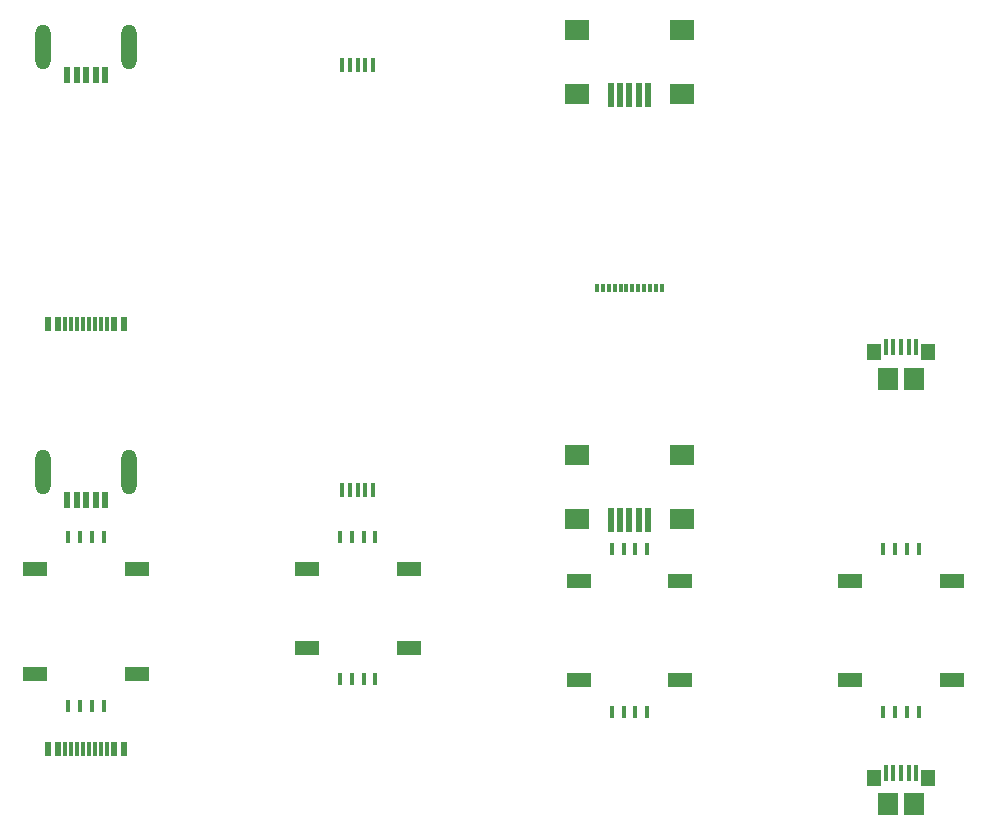
<source format=gbr>
G04 #@! TF.GenerationSoftware,KiCad,Pcbnew,(5.1.5)-3*
G04 #@! TF.CreationDate,2020-04-27T00:01:42+07:00*
G04 #@! TF.ProjectId,adapter,61646170-7465-4722-9e6b-696361645f70,rev?*
G04 #@! TF.SameCoordinates,Original*
G04 #@! TF.FileFunction,Paste,Top*
G04 #@! TF.FilePolarity,Positive*
%FSLAX46Y46*%
G04 Gerber Fmt 4.6, Leading zero omitted, Abs format (unit mm)*
G04 Created by KiCad (PCBNEW (5.1.5)-3) date 2020-04-27 00:01:42*
%MOMM*%
%LPD*%
G04 APERTURE LIST*
%ADD10R,2.000000X1.300000*%
%ADD11R,0.400000X1.000000*%
%ADD12R,0.500000X1.400000*%
%ADD13O,1.300000X3.800000*%
%ADD14R,0.450000X1.300000*%
%ADD15R,0.300000X1.150000*%
%ADD16R,0.600000X1.150000*%
%ADD17R,1.750000X1.900000*%
%ADD18R,0.400000X1.400000*%
%ADD19R,1.150000X1.450000*%
%ADD20R,0.500000X2.000000*%
%ADD21R,2.000000X1.700000*%
%ADD22R,0.300000X0.700000*%
G04 APERTURE END LIST*
D10*
X75300000Y-72210000D03*
X66700000Y-72210000D03*
D11*
X72500000Y-74910000D03*
X71500000Y-74910000D03*
X70500000Y-74910000D03*
X69500000Y-74910000D03*
X46500000Y-72160000D03*
X47500000Y-72160000D03*
X48500000Y-72160000D03*
X49500000Y-72160000D03*
D10*
X43700000Y-69460000D03*
X52300000Y-69460000D03*
D11*
X92500000Y-74910000D03*
X93500000Y-74910000D03*
X94500000Y-74910000D03*
X95500000Y-74910000D03*
D10*
X89700000Y-72210000D03*
X98300000Y-72210000D03*
X29300000Y-71710000D03*
X20700000Y-71710000D03*
D11*
X26500000Y-74410000D03*
X25500000Y-74410000D03*
X24500000Y-74410000D03*
X23500000Y-74410000D03*
D10*
X89700000Y-63790000D03*
X98300000Y-63790000D03*
D11*
X92500000Y-61090000D03*
X93500000Y-61090000D03*
X94500000Y-61090000D03*
X95500000Y-61090000D03*
X72500000Y-61090000D03*
X71500000Y-61090000D03*
X70500000Y-61090000D03*
X69500000Y-61090000D03*
D10*
X75300000Y-63790000D03*
X66700000Y-63790000D03*
X43700000Y-62790000D03*
X52300000Y-62790000D03*
D11*
X46500000Y-60090000D03*
X47500000Y-60090000D03*
X48500000Y-60090000D03*
X49500000Y-60090000D03*
D10*
X20700000Y-62790000D03*
X29300000Y-62790000D03*
D11*
X23500000Y-60090000D03*
X24500000Y-60090000D03*
X25500000Y-60090000D03*
X26500000Y-60090000D03*
D12*
X26600000Y-57000000D03*
X25800000Y-57000000D03*
X25000000Y-57000000D03*
X24200000Y-57000000D03*
X23400000Y-57000000D03*
D13*
X28650000Y-54600000D03*
X21350000Y-54600000D03*
D14*
X46700000Y-56150000D03*
X47350000Y-56150000D03*
X48000000Y-56150000D03*
X48650000Y-56150000D03*
X49300000Y-56150000D03*
D15*
X23250000Y-78055000D03*
X23750000Y-78055000D03*
X24250000Y-78055000D03*
X26750000Y-78055000D03*
X26250000Y-78055000D03*
X25750000Y-78055000D03*
X25250000Y-78055000D03*
D16*
X21800000Y-78055000D03*
X22600000Y-78055000D03*
X27400000Y-78055000D03*
X28200000Y-78055000D03*
D15*
X24750000Y-78055000D03*
D17*
X95125000Y-82700000D03*
D18*
X93350000Y-80050000D03*
X92700000Y-80050000D03*
X95300000Y-80050000D03*
X94650000Y-80050000D03*
X94000000Y-80050000D03*
D17*
X92875000Y-82700000D03*
D19*
X96320000Y-80470000D03*
X91680000Y-80470000D03*
D20*
X72600000Y-58700000D03*
X71800000Y-58700000D03*
X71000000Y-58700000D03*
X70200000Y-58700000D03*
X69400000Y-58700000D03*
D21*
X75450000Y-58600000D03*
X75450000Y-53150000D03*
X66550000Y-58600000D03*
X66550000Y-53150000D03*
D19*
X91680000Y-44470000D03*
X96320000Y-44470000D03*
D17*
X92875000Y-46700000D03*
D18*
X94000000Y-44050000D03*
X94650000Y-44050000D03*
X95300000Y-44050000D03*
X92700000Y-44050000D03*
X93350000Y-44050000D03*
D17*
X95125000Y-46700000D03*
D22*
X73250000Y-38980000D03*
X71750000Y-38980000D03*
X72250000Y-38980000D03*
X72750000Y-38980000D03*
X73750000Y-38980000D03*
X71250000Y-38980000D03*
X70750000Y-38980000D03*
X70250000Y-38980000D03*
X69750000Y-38980000D03*
X69250000Y-38980000D03*
X68750000Y-38980000D03*
X68250000Y-38980000D03*
D21*
X66550000Y-17150000D03*
X66550000Y-22600000D03*
X75450000Y-17150000D03*
X75450000Y-22600000D03*
D20*
X69400000Y-22700000D03*
X70200000Y-22700000D03*
X71000000Y-22700000D03*
X71800000Y-22700000D03*
X72600000Y-22700000D03*
D14*
X49300000Y-20150000D03*
X48650000Y-20150000D03*
X48000000Y-20150000D03*
X47350000Y-20150000D03*
X46700000Y-20150000D03*
D13*
X21350000Y-18600000D03*
X28650000Y-18600000D03*
D12*
X23400000Y-21000000D03*
X24200000Y-21000000D03*
X25000000Y-21000000D03*
X25800000Y-21000000D03*
X26600000Y-21000000D03*
D15*
X24750000Y-42055000D03*
D16*
X28200000Y-42055000D03*
X27400000Y-42055000D03*
X22600000Y-42055000D03*
X21800000Y-42055000D03*
D15*
X25250000Y-42055000D03*
X25750000Y-42055000D03*
X26250000Y-42055000D03*
X26750000Y-42055000D03*
X24250000Y-42055000D03*
X23750000Y-42055000D03*
X23250000Y-42055000D03*
M02*

</source>
